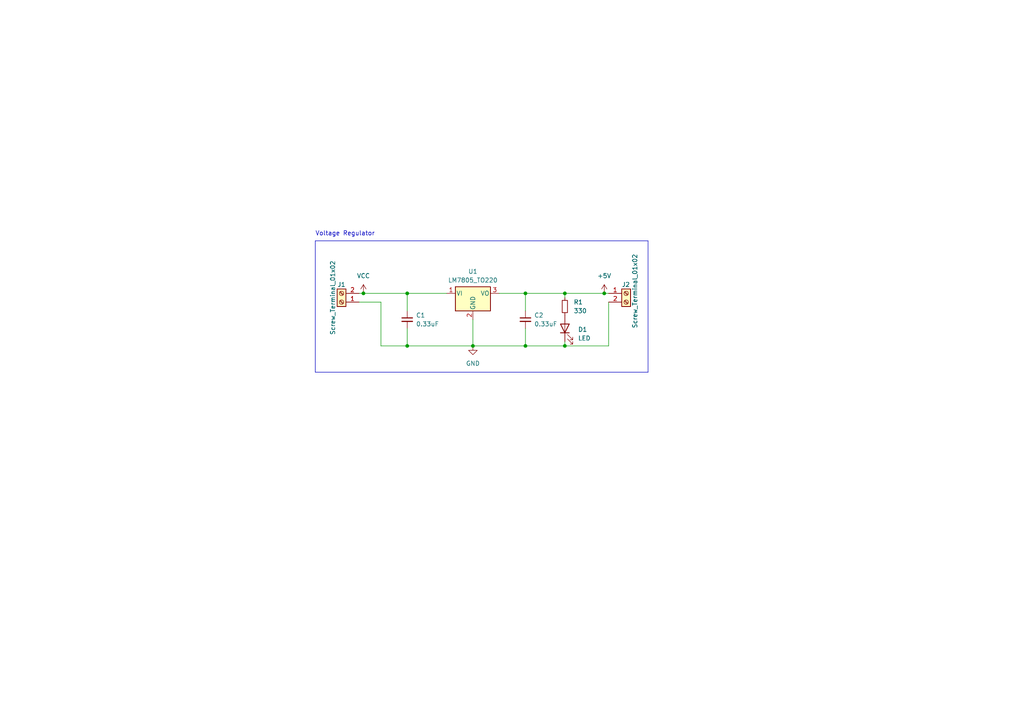
<source format=kicad_sch>
(kicad_sch (version 20230121) (generator eeschema)
  (paper "A4")
  (lib_symbols
    (symbol "Connector:Screw_Terminal_01x02" (pin_names (offset 1.016) hide)
      (property "Reference" "J" (at 0 2.54 0))
      (property "Value" "Screw_Terminal_01x02" (at 0 -5.08 0))
      (symbol "Screw_Terminal_01x02_1_1"
        (rectangle (start -1.27 1.27) (end 1.27 -3.81) (stroke (width 0.254)) (fill (type background)))
        (circle (center 0 -2.54) (radius 0.635) (stroke (width 0.1524)))
        (polyline (pts (xy -0.5334 -2.2098) (xy 0.3302 -3.048)) (stroke (width 0.1524)))
        (polyline (pts (xy -0.5334 0.3302) (xy 0.3302 -0.508)) (stroke (width 0.1524)))
        (polyline (pts (xy -0.3556 -2.032) (xy 0.508 -2.8702)) (stroke (width 0.1524)))
        (polyline (pts (xy -0.3556 0.508) (xy 0.508 -0.3302)) (stroke (width 0.1524)))
        (circle (center 0 0) (radius 0.635) (stroke (width 0.1524)))
        (pin passive line (at -5.08 0 0) (length 3.81) (name "Pin_1") (number "1"))
        (pin passive line (at -5.08 -2.54 0) (length 3.81) (name "Pin_2") (number "2"))
      )
    )
    (symbol "Device:C_Small" (pin_numbers hide) (pin_names (offset 0.254) hide)
      (property "Reference" "C" (at 0.254 1.778 0))
      (property "Value" "C_Small" (at 0.254 -2.032 0))
      (symbol "C_Small_0_1"
        (polyline (pts (xy -1.524 -0.508) (xy 1.524 -0.508)) (stroke (width 0.3302)))
        (polyline (pts (xy -1.524 0.508) (xy 1.524 0.508)) (stroke (width 0.3048)))
      )
      (symbol "C_Small_1_1"
        (pin passive line (at 0 2.54 270) (length 2.032) (name "~") (number "1"))
        (pin passive line (at 0 -2.54 90) (length 2.032) (name "~") (number "2"))
      )
    )
    (symbol "Device:LED" (pin_numbers hide) (pin_names (offset 1.016) hide)
      (property "Reference" "D" (at 0 2.54 0))
      (property "Value" "LED" (at 0 -2.54 0))
      (symbol "LED_0_1"
        (polyline (pts (xy -1.27 -1.27) (xy -1.27 1.27)) (stroke (width 0.254)))
        (polyline (pts (xy -1.27 0) (xy 1.27 0)))
        (polyline (pts (xy 1.27 -1.27) (xy 1.27 1.27) (xy -1.27 0) (xy 1.27 -1.27)) (stroke (width 0.254)))
        (polyline (pts (xy -3.048 -0.762) (xy -4.572 -2.286) (xy -3.81 -2.286) (xy -4.572 -2.286) (xy -4.572 -1.524)))
        (polyline (pts (xy -1.778 -0.762) (xy -3.302 -2.286) (xy -2.54 -2.286) (xy -3.302 -2.286) (xy -3.302 -1.524)))
      )
      (symbol "LED_1_1"
        (pin passive line (at -3.81 0 0) (length 2.54) (name "K") (number "1"))
        (pin passive line (at 3.81 0 180) (length 2.54) (name "A") (number "2"))
      )
    )
    (symbol "Device:R_Small" (pin_numbers hide) (pin_names (offset 0.254) hide)
      (property "Reference" "R" (at 0.762 0.508 0))
      (property "Value" "R_Small" (at 0.762 -1.016 0))
      (symbol "R_Small_0_1"
        (rectangle (start -0.762 1.778) (end 0.762 -1.778) (stroke (width 0.2032)))
      )
      (symbol "R_Small_1_1"
        (pin passive line (at 0 2.54 270) (length 0.762) (name "~") (number "1"))
        (pin passive line (at 0 -2.54 90) (length 0.762) (name "~") (number "2"))
      )
    )
    (symbol "Regulator_Linear:LM7805_TO220" (pin_names (offset 0.254))
      (property "Reference" "U" (at -3.81 3.175 0))
      (property "Value" "LM7805_TO220" (at 0 3.175 0))
      (symbol "LM7805_TO220_0_1"
        (rectangle (start -5.08 1.905) (end 5.08 -5.08) (stroke (width 0.254)) (fill (type background)))
      )
      (symbol "LM7805_TO220_1_1"
        (pin power_in line (at -7.62 0 0) (length 2.54) (name "VI") (number "1"))
        (pin power_in line (at 0 -7.62 90) (length 2.54) (name "GND") (number "2"))
        (pin power_out line (at 7.62 0 180) (length 2.54) (name "VO") (number "3"))
      )
    )
    (symbol "power:+5V" (power) (pin_names (offset 0))
      (property "Value" "+5V" (at 0 3.556 0))
      (symbol "+5V_0_1"
        (polyline (pts (xy -0.762 1.27) (xy 0 2.54)))
        (polyline (pts (xy 0 0) (xy 0 2.54)))
        (polyline (pts (xy 0 2.54) (xy 0.762 1.27)))
      )
      (symbol "+5V_1_1"
        (pin power_in line (at 0 0 90) (length 0) hide (name "+5V") (number "1"))
      )
    )
    (symbol "power:GND" (power) (pin_names (offset 0))
      (property "Value" "GND" (at 0 -3.81 0))
      (symbol "GND_0_1"
        (polyline (pts (xy 0 0) (xy 0 -1.27) (xy 1.27 -1.27) (xy 0 -2.54) (xy -1.27 -1.27) (xy 0 -1.27)))
      )
      (symbol "GND_1_1"
        (pin power_in line (at 0 0 270) (length 0) hide (name "GND") (number "1"))
      )
    )
    (symbol "power:VCC" (power) (pin_names (offset 0))
      (property "Value" "VCC" (at 0 3.81 0))
      (symbol "VCC_0_1"
        (polyline (pts (xy -0.762 1.27) (xy 0 2.54)))
        (polyline (pts (xy 0 0) (xy 0 2.54)))
        (polyline (pts (xy 0 2.54) (xy 0.762 1.27)))
      )
      (symbol "VCC_1_1"
        (pin power_in line (at 0 0 90) (length 0) hide (name "VCC") (number "1"))
      )
    )
  )
  (junction (at 163.83 100.33))
  (junction (at 118.11 100.33))
  (junction (at 118.11 85.09))
  (junction (at 163.83 85.09))
  (junction (at 175.26 85.09))
  (junction (at 105.41 85.09))
  (junction (at 137.16 100.33))
  (junction (at 152.4 85.09))
  (junction (at 152.4 100.33))
  (wire (pts (xy 137.16 92.71) (xy 137.16 100.33)))
  (polyline (pts (xy 187.96 107.95) (xy 187.96 69.85)))
  (wire (pts (xy 152.4 95.25) (xy 152.4 100.33)))
  (wire (pts (xy 176.53 100.33) (xy 163.83 100.33)))
  (wire (pts (xy 152.4 90.17) (xy 152.4 85.09)))
  (wire (pts (xy 152.4 100.33) (xy 137.16 100.33)))
  (wire (pts (xy 118.11 95.25) (xy 118.11 100.33)))
  (wire (pts (xy 110.49 100.33) (xy 118.11 100.33)))
  (polyline (pts (xy 91.44 69.85) (xy 91.44 107.95)))
  (wire (pts (xy 118.11 85.09) (xy 129.54 85.09)))
  (wire (pts (xy 152.4 85.09) (xy 163.83 85.09)))
  (wire (pts (xy 104.14 85.09) (xy 105.41 85.09)))
  (wire (pts (xy 163.83 99.06) (xy 163.83 100.33)))
  (wire (pts (xy 163.83 85.09) (xy 175.26 85.09)))
  (wire (pts (xy 104.14 87.63) (xy 110.49 87.63)))
  (polyline (pts (xy 91.44 69.85) (xy 187.96 69.85)))
  (wire (pts (xy 163.83 100.33) (xy 152.4 100.33)))
  (wire (pts (xy 144.78 85.09) (xy 152.4 85.09)))
  (wire (pts (xy 118.11 90.17) (xy 118.11 85.09)))
  (wire (pts (xy 175.26 85.09) (xy 176.53 85.09)))
  (polyline (pts (xy 91.44 107.95) (xy 187.96 107.95)))
  (wire (pts (xy 110.49 87.63) (xy 110.49 100.33)))
  (wire (pts (xy 105.41 85.09) (xy 118.11 85.09)))
  (wire (pts (xy 176.53 87.63) (xy 176.53 100.33)))
  (wire (pts (xy 163.83 86.36) (xy 163.83 85.09)))
  (wire (pts (xy 118.11 100.33) (xy 137.16 100.33)))
  (text "Voltage Regulator" (at 91.44 68.58 0) (effects (font (size 1.27 1.27)) (justify left bottom)))
  (symbol (lib_id "Connector:Screw_Terminal_01x02") (at 99.06 87.63 180) (unit 1)
    (property "Reference" "J1" (at 99.06 82.55 0))
    (property "Value" "Screw_Terminal_01x02" (at 96.52 86.36 90))
    (property "Footprint" "TerminalBlock:TerminalBlock_bornier-2_P5.08mm" (effects hide))
  )
  (symbol (lib_id "power:+5V") (at 175.26 85.09 0) (unit 1)
    (property "Reference" "#PWR03" (effects hide))
    (property "Value" "+5V" (at 175.26 80.01 0))
  )
  (symbol (lib_id "Device:R_Small") (at 163.83 88.9 0) (unit 1)
    (property "Reference" "R1" (at 166.37 87.63 0) (effects (justify left)))
    (property "Value" "330" (at 166.37 90.17 0) (effects (justify left)))
    (property "Footprint" "Resistor_SMD:R_0805_2012Metric" (effects hide))
  )
  (symbol (lib_id "Device:C_Small") (at 152.4 92.71 0) (unit 1)
    (property "Reference" "C2" (at 154.94 91.4463 0) (effects (justify left)))
    (property "Value" "0.33uF" (at 154.94 93.9863 0) (effects (justify left)))
    (property "Footprint" "Capacitor_SMD:C_Elec_4x5.4" (effects hide))
  )
  (symbol (lib_id "power:GND") (at 137.16 100.33 0) (unit 1)
    (property "Reference" "#PWR02" (effects hide))
    (property "Value" "GND" (at 137.16 105.41 0))
  )
  (symbol (lib_id "Device:C_Small") (at 118.11 92.71 0) (unit 1)
    (property "Reference" "C1" (at 120.65 91.4463 0) (effects (justify left)))
    (property "Value" "0.33uF" (at 120.65 93.9863 0) (effects (justify left)))
    (property "Footprint" "Capacitor_SMD:C_Elec_4x5.4" (effects hide))
  )
  (symbol (lib_id "power:VCC") (at 105.41 85.09 0) (unit 1)
    (property "Reference" "#PWR01" (effects hide))
    (property "Value" "VCC" (at 105.41 80.01 0))
  )
  (symbol (lib_id "Device:LED") (at 163.83 95.25 90) (unit 1)
    (property "Reference" "D1" (at 167.64 95.5675 90) (effects (justify right)))
    (property "Value" "LED" (at 167.64 98.1075 90) (effects (justify right)))
    (property "Footprint" "LED_SMD:LED_0603_1608Metric" (effects hide))
  )
  (symbol (lib_id "Regulator_Linear:LM7805_TO220") (at 137.16 85.09 0) (unit 1)
    (property "Reference" "U1" (at 137.16 78.74 0))
    (property "Value" "LM7805_TO220" (at 137.16 81.28 0))
    (property "Footprint" "Package_TO_SOT_THT:TO-220-3_Vertical" (effects hide))
    (property "Datasheet" "https://www.onsemi.cn/PowerSolutions/document/MC7800-D.PDF" (effects hide))
  )
  (symbol (lib_id "Connector:Screw_Terminal_01x02") (at 181.61 85.09 0) (unit 1)
    (property "Reference" "J2" (at 180.34 82.55 0) (effects (justify left)))
    (property "Value" "Screw_Terminal_01x02" (at 184.15 95.25 90) (effects (justify left)))
    (property "Footprint" "TerminalBlock:TerminalBlock_bornier-2_P5.08mm" (effects hide))
  )
)
</source>
